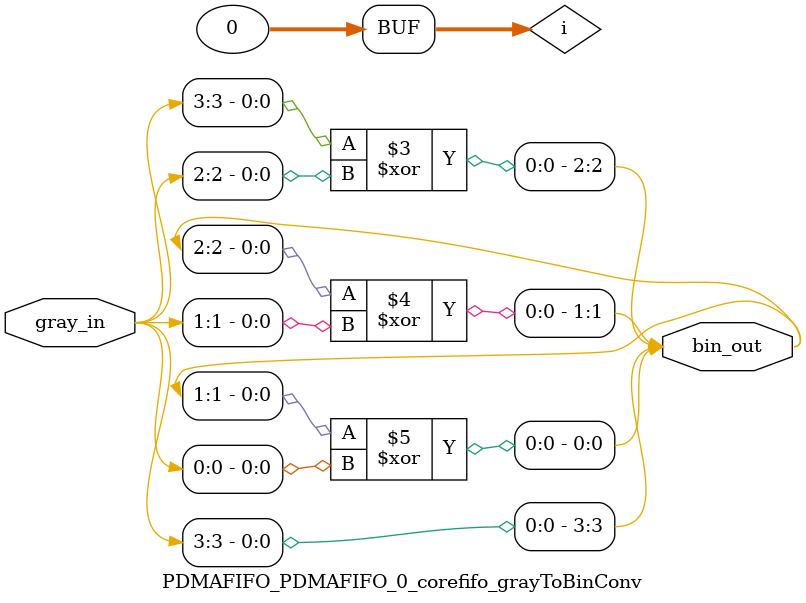
<source format=v>

`timescale 1ns / 100ps

module PDMAFIFO_PDMAFIFO_0_corefifo_grayToBinConv(
                                         gray_in,
                                         bin_out
                                        );

   // --------------------------------------------------------------------------
   // Parameter Declaration
   // --------------------------------------------------------------------------
   parameter ADDRWIDTH  = 3;
   parameter SYNC_RESET = 0;   

   // --------------------------------------------------------------------------
   // I/O Declaration
   // --------------------------------------------------------------------------

   //--------
   // Inputs
   //--------
   input [ADDRWIDTH:0]    gray_in;

   //---------
   // Outputs
   //---------
   output [ADDRWIDTH:0] bin_out;

   // --------------------------------------------------------------------------
   // Internal signals
   // --------------------------------------------------------------------------
   reg [ADDRWIDTH:0]      bin_out;   
   integer                i;
   

   // --------------------------------------------------------------------------
   //                               Start - of - Code
   // --------------------------------------------------------------------------


   // --------------------------------------------------------------------------
   // Logic to Convert the Gray code to Binary
   // --------------------------------------------------------------------------
   always @(*) begin

      bin_out[ADDRWIDTH]  = gray_in[ADDRWIDTH];      

      for(i=ADDRWIDTH;i>0;i = i-1) begin
         bin_out[i-1]     = (bin_out[i] ^ gray_in[i-1]);
      end

   end

endmodule // corefifo_grayToBinConv

// --------------------------------------------------------------------------
//                             End - of - Code
// --------------------------------------------------------------------------

</source>
